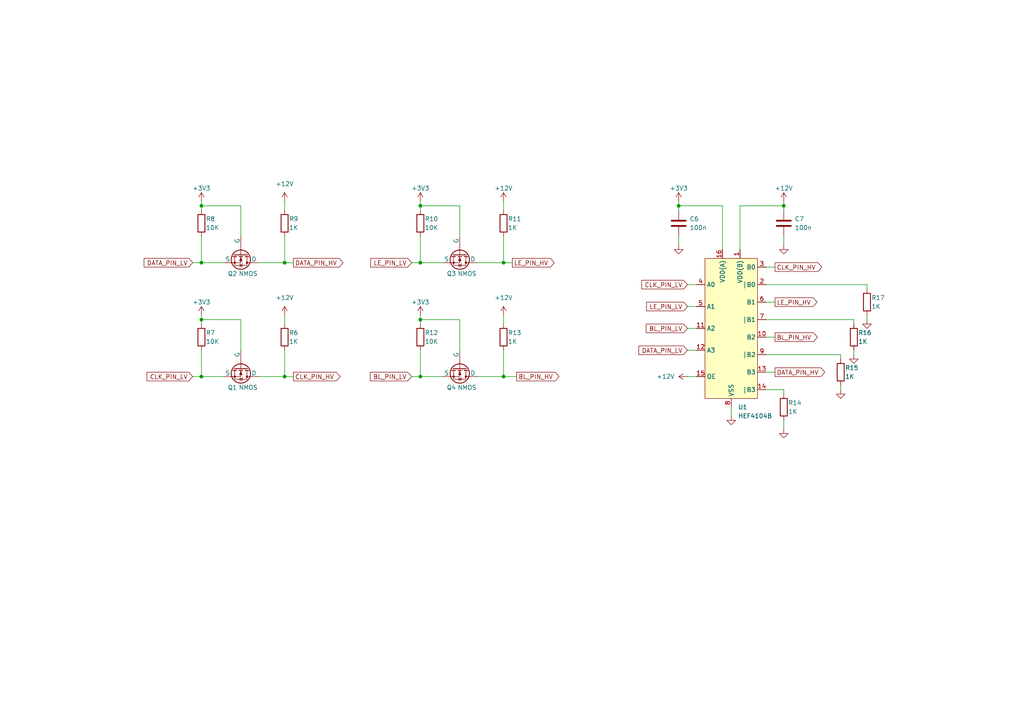
<source format=kicad_sch>
(kicad_sch (version 20230121) (generator eeschema)
  (paper "A4")
  (lib_symbols
    (symbol "Device:C" (pin_numbers hide) (pin_names (offset 0.254))
      (property "Reference" "C" (at 0.635 2.54 0))
      (property "Value" "C" (at 0.635 -2.54 0))
      (symbol "C_0_1"
        (polyline (pts (xy -2.032 -0.762) (xy 2.032 -0.762)) (stroke (width 0.508)))
        (polyline (pts (xy -2.032 0.762) (xy 2.032 0.762)) (stroke (width 0.508)))
      )
      (symbol "C_1_1"
        (pin passive line (at 0 3.81 270) (length 2.794) (name "~") (number "1"))
        (pin passive line (at 0 -3.81 90) (length 2.794) (name "~") (number "2"))
      )
    )
    (symbol "Device:R" (pin_numbers hide) (pin_names (offset 0))
      (property "Reference" "R" (at 2.032 0 90))
      (property "Value" "R" (at 0 0 90))
      (symbol "R_0_1"
        (rectangle (start -1.016 -2.54) (end 1.016 2.54) (stroke (width 0.254)))
      )
      (symbol "R_1_1"
        (pin passive line (at 0 3.81 270) (length 1.27) (name "~") (number "1"))
        (pin passive line (at 0 -3.81 90) (length 1.27) (name "~") (number "2"))
      )
    )
    (symbol "NixieTubeClock:HEF4104B"
      (property "Reference" "U" (at -6.35 21.59 0))
      (property "Value" "HEF4104B" (at 5.08 -21.59 0))
      (symbol "HEF4104B_1_1"
        (rectangle (start -7.62 20.32) (end 7.62 -20.32) (fill (type background)))
        (pin power_in line (at 2.54 22.86 270) (length 2.54) (name "VDD(B)") (number "1"))
        (pin output line (at 10.16 -2.54 180) (length 2.54) (name "B2") (number "10"))
        (pin input line (at -10.16 0 0) (length 2.54) (name "A2") (number "11"))
        (pin input line (at -10.16 -6.35 0) (length 2.54) (name "A3") (number "12"))
        (pin output line (at 10.16 -12.7 180) (length 2.54) (name "B3") (number "13"))
        (pin output line (at 10.16 -17.78 180) (length 2.54) (name "|B3") (number "14"))
        (pin input line (at -10.16 -13.97 0) (length 2.54) (name "OE") (number "15"))
        (pin input line (at -2.54 22.86 270) (length 2.54) (name "VDD(A)") (number "16"))
        (pin output line (at 10.16 12.7 180) (length 2.54) (name "|B0") (number "2"))
        (pin output line (at 10.16 17.78 180) (length 2.54) (name "B0") (number "3"))
        (pin input line (at -10.16 12.7 0) (length 2.54) (name "A0") (number "4"))
        (pin input line (at -10.16 6.35 0) (length 2.54) (name "A1") (number "5"))
        (pin output line (at 10.16 7.62 180) (length 2.54) (name "B1") (number "6"))
        (pin output line (at 10.16 2.54 180) (length 2.54) (name "|B1") (number "7"))
        (pin power_in line (at 0 -22.86 90) (length 2.54) (name "VSS") (number "8"))
        (pin output line (at 10.16 -7.62 180) (length 2.54) (name "|B2") (number "9"))
      )
    )
    (symbol "Simulation_SPICE:NMOS" (pin_numbers hide) (pin_names (offset 0))
      (property "Reference" "Q" (at 5.08 1.27 0))
      (property "Value" "NMOS" (at 5.08 -1.27 0))
      (symbol "NMOS_0_1"
        (polyline (pts (xy 0.254 0) (xy -2.54 0)))
        (polyline (pts (xy 0.254 1.905) (xy 0.254 -1.905)) (stroke (width 0.254)))
        (polyline (pts (xy 0.762 -1.27) (xy 0.762 -2.286)) (stroke (width 0.254)))
        (polyline (pts (xy 0.762 0.508) (xy 0.762 -0.508)) (stroke (width 0.254)))
        (polyline (pts (xy 0.762 2.286) (xy 0.762 1.27)) (stroke (width 0.254)))
        (polyline (pts (xy 2.54 2.54) (xy 2.54 1.778)))
        (polyline (pts (xy 2.54 -2.54) (xy 2.54 0) (xy 0.762 0)))
        (polyline (pts (xy 0.762 -1.778) (xy 3.302 -1.778) (xy 3.302 1.778) (xy 0.762 1.778)))
        (polyline (pts (xy 1.016 0) (xy 2.032 0.381) (xy 2.032 -0.381) (xy 1.016 0)) (fill (type outline)))
        (polyline (pts (xy 2.794 0.508) (xy 2.921 0.381) (xy 3.683 0.381) (xy 3.81 0.254)))
        (polyline (pts (xy 3.302 0.381) (xy 2.921 -0.254) (xy 3.683 -0.254) (xy 3.302 0.381)))
        (circle (center 1.651 0) (radius 2.794) (stroke (width 0.254)))
        (circle (center 2.54 -1.778) (radius 0.254) (fill (type outline)))
        (circle (center 2.54 1.778) (radius 0.254) (fill (type outline)))
      )
      (symbol "NMOS_1_1"
        (pin passive line (at 2.54 5.08 270) (length 2.54) (name "D") (number "1"))
        (pin input line (at -5.08 0 0) (length 2.54) (name "G") (number "2"))
        (pin passive line (at 2.54 -5.08 90) (length 2.54) (name "S") (number "3"))
      )
    )
    (symbol "power:+12V" (power) (pin_numbers hide) (pin_names (offset 0) hide)
      (property "Value" "+12V" (at 0 3.556 0))
      (symbol "+12V_0_1"
        (polyline (pts (xy -0.762 1.27) (xy 0 2.54)))
        (polyline (pts (xy 0 0) (xy 0 2.54)))
        (polyline (pts (xy 0 2.54) (xy 0.762 1.27)))
      )
      (symbol "+12V_1_1"
        (pin power_in line (at 0 0 90) (length 0) hide (name "+12V") (number "1"))
      )
    )
    (symbol "power:+3V3" (power) (pin_numbers hide) (pin_names (offset 0) hide)
      (property "Value" "+3V3" (at 0 3.556 0))
      (symbol "+3V3_0_1"
        (polyline (pts (xy -0.762 1.27) (xy 0 2.54)))
        (polyline (pts (xy 0 0) (xy 0 2.54)))
        (polyline (pts (xy 0 2.54) (xy 0.762 1.27)))
      )
      (symbol "+3V3_1_1"
        (pin power_in line (at 0 0 90) (length 0) hide (name "+3V3") (number "1"))
      )
    )
    (symbol "power:GND" (power) (pin_numbers hide) (pin_names (offset 0) hide)
      (property "Value" "GND" (at 0 -3.81 0))
      (symbol "GND_0_1"
        (polyline (pts (xy 0 0) (xy 0 -1.27) (xy 1.27 -1.27) (xy 0 -2.54) (xy -1.27 -1.27) (xy 0 -1.27)))
      )
      (symbol "GND_1_1"
        (pin power_in line (at 0 0 270) (length 0) hide (name "GND") (number "1"))
      )
    )
  )
  (junction (at 146.05 76.2))
  (junction (at 58.42 76.2))
  (junction (at 121.92 59.69))
  (junction (at 58.42 59.69))
  (junction (at 146.05 109.22))
  (junction (at 82.55 109.22))
  (junction (at 58.42 92.71))
  (junction (at 58.42 109.22))
  (junction (at 121.92 92.71))
  (junction (at 227.33 59.69))
  (junction (at 121.92 76.2))
  (junction (at 82.55 76.2))
  (junction (at 121.92 109.22))
  (junction (at 196.85 59.69))
  (wire (pts (xy 121.92 101.6) (xy 121.92 109.22)))
  (wire (pts (xy 82.55 109.22) (xy 82.55 101.6)))
  (wire (pts (xy 121.92 76.2) (xy 128.27 76.2)))
  (wire (pts (xy 58.42 68.58) (xy 58.42 76.2)))
  (wire (pts (xy 119.38 109.22) (xy 121.92 109.22)))
  (wire (pts (xy 58.42 76.2) (xy 64.77 76.2)))
  (wire (pts (xy 209.55 72.39) (xy 209.55 59.69)))
  (wire (pts (xy 222.25 77.47) (xy 224.79 77.47)))
  (wire (pts (xy 199.39 88.9) (xy 201.93 88.9)))
  (wire (pts (xy 222.25 87.63) (xy 224.79 87.63)))
  (wire (pts (xy 69.85 68.58) (xy 69.85 59.69)))
  (wire (pts (xy 82.55 109.22) (xy 85.09 109.22)))
  (wire (pts (xy 222.25 102.87) (xy 243.84 102.87)))
  (wire (pts (xy 146.05 76.2) (xy 146.05 68.58)))
  (wire (pts (xy 227.33 113.03) (xy 227.33 114.3)))
  (wire (pts (xy 222.25 82.55) (xy 251.46 82.55)))
  (wire (pts (xy 121.92 92.71) (xy 121.92 93.98)))
  (wire (pts (xy 121.92 68.58) (xy 121.92 76.2)))
  (wire (pts (xy 199.39 109.22) (xy 201.93 109.22)))
  (wire (pts (xy 133.35 68.58) (xy 133.35 59.69)))
  (wire (pts (xy 146.05 76.2) (xy 148.59 76.2)))
  (wire (pts (xy 146.05 109.22) (xy 149.86 109.22)))
  (wire (pts (xy 222.25 97.79) (xy 224.79 97.79)))
  (wire (pts (xy 247.65 101.6) (xy 247.65 102.87)))
  (wire (pts (xy 58.42 91.44) (xy 58.42 92.71)))
  (wire (pts (xy 58.42 101.6) (xy 58.42 109.22)))
  (wire (pts (xy 146.05 109.22) (xy 146.05 101.6)))
  (wire (pts (xy 119.38 76.2) (xy 121.92 76.2)))
  (wire (pts (xy 214.63 72.39) (xy 214.63 59.69)))
  (wire (pts (xy 243.84 102.87) (xy 243.84 104.14)))
  (wire (pts (xy 55.88 76.2) (xy 58.42 76.2)))
  (wire (pts (xy 138.43 109.22) (xy 146.05 109.22)))
  (wire (pts (xy 227.33 59.69) (xy 227.33 60.96)))
  (wire (pts (xy 247.65 92.71) (xy 247.65 93.98)))
  (wire (pts (xy 222.25 107.95) (xy 224.79 107.95)))
  (wire (pts (xy 58.42 92.71) (xy 58.42 93.98)))
  (wire (pts (xy 82.55 76.2) (xy 85.09 76.2)))
  (wire (pts (xy 227.33 68.58) (xy 227.33 71.12)))
  (wire (pts (xy 74.93 76.2) (xy 82.55 76.2)))
  (wire (pts (xy 196.85 58.42) (xy 196.85 59.69)))
  (wire (pts (xy 58.42 59.69) (xy 58.42 60.96)))
  (wire (pts (xy 251.46 82.55) (xy 251.46 83.82)))
  (wire (pts (xy 227.33 58.42) (xy 227.33 59.69)))
  (wire (pts (xy 121.92 91.44) (xy 121.92 92.71)))
  (wire (pts (xy 199.39 101.6) (xy 201.93 101.6)))
  (wire (pts (xy 227.33 121.92) (xy 227.33 124.46)))
  (wire (pts (xy 133.35 101.6) (xy 133.35 92.71)))
  (wire (pts (xy 121.92 59.69) (xy 121.92 60.96)))
  (wire (pts (xy 222.25 113.03) (xy 227.33 113.03)))
  (wire (pts (xy 58.42 109.22) (xy 64.77 109.22)))
  (wire (pts (xy 133.35 92.71) (xy 121.92 92.71)))
  (wire (pts (xy 58.42 58.42) (xy 58.42 59.69)))
  (wire (pts (xy 251.46 91.44) (xy 251.46 92.71)))
  (wire (pts (xy 133.35 59.69) (xy 121.92 59.69)))
  (wire (pts (xy 146.05 58.42) (xy 146.05 60.96)))
  (wire (pts (xy 121.92 109.22) (xy 128.27 109.22)))
  (wire (pts (xy 74.93 109.22) (xy 82.55 109.22)))
  (wire (pts (xy 69.85 59.69) (xy 58.42 59.69)))
  (wire (pts (xy 212.09 118.11) (xy 212.09 120.65)))
  (wire (pts (xy 222.25 92.71) (xy 247.65 92.71)))
  (wire (pts (xy 199.39 95.25) (xy 201.93 95.25)))
  (wire (pts (xy 209.55 59.69) (xy 196.85 59.69)))
  (wire (pts (xy 82.55 91.44) (xy 82.55 93.98)))
  (wire (pts (xy 138.43 76.2) (xy 146.05 76.2)))
  (wire (pts (xy 82.55 76.2) (xy 82.55 68.58)))
  (wire (pts (xy 196.85 59.69) (xy 196.85 60.96)))
  (wire (pts (xy 214.63 59.69) (xy 227.33 59.69)))
  (wire (pts (xy 196.85 68.58) (xy 196.85 71.12)))
  (wire (pts (xy 199.39 82.55) (xy 201.93 82.55)))
  (wire (pts (xy 146.05 91.44) (xy 146.05 93.98)))
  (wire (pts (xy 82.55 58.42) (xy 82.55 60.96)))
  (wire (pts (xy 55.88 109.22) (xy 58.42 109.22)))
  (wire (pts (xy 243.84 111.76) (xy 243.84 113.03)))
  (wire (pts (xy 69.85 101.6) (xy 69.85 92.71)))
  (wire (pts (xy 69.85 92.71) (xy 58.42 92.71)))
  (wire (pts (xy 121.92 58.42) (xy 121.92 59.69)))
  (global_label "CLK_PIN_LV" (shape input) (at 55.88 109.22 180) (property "Intersheetrefs" "${INTERSHEET_REFS}" (effects hide)))
  (global_label "LE_PIN_HV" (shape output) (at 224.79 87.63 0) (property "Intersheetrefs" "${INTERSHEET_REFS}" (effects hide)))
  (global_label "BL_PIN_LV" (shape input) (at 199.39 95.25 180) (property "Intersheetrefs" "${INTERSHEET_REFS}" (effects hide)))
  (global_label "CLK_PIN_HV" (shape output) (at 224.79 77.47 0) (property "Intersheetrefs" "${INTERSHEET_REFS}" (effects hide)))
  (global_label "CLK_PIN_LV" (shape input) (at 199.39 82.55 180) (property "Intersheetrefs" "${INTERSHEET_REFS}" (effects hide)))
  (global_label "BL_PIN_LV" (shape input) (at 119.38 109.22 180) (property "Intersheetrefs" "${INTERSHEET_REFS}" (effects hide)))
  (global_label "DATA_PIN_LV" (shape input) (at 55.88 76.2 180) (property "Intersheetrefs" "${INTERSHEET_REFS}" (effects hide)))
  (global_label "BL_PIN_HV" (shape output) (at 224.79 97.79 0) (property "Intersheetrefs" "${INTERSHEET_REFS}" (effects hide)))
  (global_label "CLK_PIN_HV" (shape output) (at 85.09 109.22 0) (property "Intersheetrefs" "${INTERSHEET_REFS}" (effects hide)))
  (global_label "DATA_PIN_HV" (shape output) (at 85.09 76.2 0) (property "Intersheetrefs" "${INTERSHEET_REFS}" (effects hide)))
  (global_label "DATA_PIN_HV" (shape output) (at 224.79 107.95 0) (property "Intersheetrefs" "${INTERSHEET_REFS}" (effects hide)))
  (global_label "BL_PIN_HV" (shape output) (at 149.86 109.22 0) (property "Intersheetrefs" "${INTERSHEET_REFS}" (effects hide)))
  (global_label "LE_PIN_LV" (shape input) (at 199.39 88.9 180) (property "Intersheetrefs" "${INTERSHEET_REFS}" (effects hide)))
  (global_label "LE_PIN_LV" (shape input) (at 119.38 76.2 180) (property "Intersheetrefs" "${INTERSHEET_REFS}" (effects hide)))
  (global_label "DATA_PIN_LV" (shape input) (at 199.39 101.6 180) (property "Intersheetrefs" "${INTERSHEET_REFS}" (effects hide)))
  (global_label "LE_PIN_HV" (shape output) (at 148.59 76.2 0) (property "Intersheetrefs" "${INTERSHEET_REFS}" (effects hide)))
  (symbol (lib_id "Simulation_SPICE:NMOS") (at 133.35 73.66 270) (unit 1)
    (property "Reference" "Q3" (at 129.54 79.375 90) (effects (justify left)))
    (property "Value" "NMOS" (at 132.715 79.375 90) (effects (justify left)))
    (property "Datasheet" "https://ngspice.sourceforge.io/docs/ngspice-manual.pdf" (effects hide))
    (property "Sim.Device" "NMOS" (effects hide))
    (property "Sim.Type" "VDMOS" (effects hide))
    (property "Sim.Pins" "1=D 2=G 3=S" (effects hide))
  )
  (symbol (lib_id "Device:R") (at 243.84 107.95 0) (unit 1)
    (property "Reference" "R15" (at 245.11 106.68 0) (effects (justify left)))
    (property "Value" "1K" (at 245.11 109.22 0) (effects (justify left)))
  )
  (symbol (lib_id "Device:R") (at 82.55 97.79 0) (unit 1)
    (property "Reference" "R6" (at 83.82 96.52 0) (effects (justify left)))
    (property "Value" "1K" (at 83.82 99.06 0) (effects (justify left)))
  )
  (symbol (lib_id "power:+12V") (at 227.33 58.42 0) (unit 1)
    (property "Reference" "#PWR?" (effects hide))
    (property "Value" "+12V" (at 227.33 54.61 0))
    (instances (project "NixieTubeSchematic" (path "" (reference "#PWR?") (unit 1)) (path "" (reference "#PWR020") (unit 1))))
  )
  (symbol (lib_id "power:+12V") (at 82.55 91.44 0) (unit 1)
    (property "Reference" "#PWR?" (effects hide))
    (property "Value" "+12V" (at 82.55 86.36 0))
    (instances (project "NixieTubeSchematic" (path "" (reference "#PWR?") (unit 1)) (path "" (reference "#PWR011") (unit 1))))
  )
  (symbol (lib_id "Device:R") (at 247.65 97.79 0) (unit 1)
    (property "Reference" "R16" (at 248.92 96.52 0) (effects (justify left)))
    (property "Value" "1K" (at 248.92 99.06 0) (effects (justify left)))
  )
  (symbol (lib_id "power:+3V3") (at 121.92 91.44 0) (unit 1)
    (property "Reference" "#PWR?" (effects hide))
    (property "Value" "+3V3" (at 121.92 87.63 0))
    (instances (project "NixieTubeSchematic" (path "" (reference "#PWR?") (unit 1)) (path "" (reference "#PWR017") (unit 1))))
  )
  (symbol (lib_id "power:+12V") (at 199.39 109.22 90) (unit 1)
    (property "Reference" "#PWR?" (effects hide))
    (property "Value" "+12V" (at 193.04 109.22 90))
    (instances (project "NixieTubeSchematic" (path "" (reference "#PWR?") (unit 1)) (path "" (reference "#PWR022") (unit 1))))
  )
  (symbol (lib_id "Device:R") (at 146.05 64.77 0) (unit 1)
    (property "Reference" "R11" (at 147.32 63.5 0) (effects (justify left)))
    (property "Value" "1K" (at 147.32 66.04 0) (effects (justify left)))
  )
  (symbol (lib_id "Simulation_SPICE:NMOS") (at 69.85 106.68 270) (unit 1)
    (property "Reference" "Q1" (at 66.04 112.395 90) (effects (justify left)))
    (property "Value" "NMOS" (at 69.215 112.395 90) (effects (justify left)))
    (property "Datasheet" "https://ngspice.sourceforge.io/docs/ngspice-manual.pdf" (effects hide))
    (property "Sim.Device" "NMOS" (effects hide))
    (property "Sim.Type" "VDMOS" (effects hide))
    (property "Sim.Pins" "1=D 2=G 3=S" (effects hide))
  )
  (symbol (lib_id "Device:C") (at 227.33 64.77 0) (unit 1)
    (property "Reference" "C7" (at 230.505 63.5 0) (effects (justify left)))
    (property "Value" "100n" (at 230.505 66.04 0) (effects (justify left)))
  )
  (symbol (lib_id "power:GND") (at 196.85 71.12 0) (unit 1)
    (property "Reference" "#PWR?" (effects hide))
    (property "Value" "GND" (effects hide))
    (instances (project "NixieTubeSchematic" (path "" (reference "#PWR?") (unit 1)) (path "" (reference "#PWR028") (unit 1))))
  )
  (symbol (lib_id "power:+12V") (at 146.05 91.44 0) (unit 1)
    (property "Reference" "#PWR?" (effects hide))
    (property "Value" "+12V" (at 146.05 86.36 0))
    (instances (project "NixieTubeSchematic" (path "" (reference "#PWR?") (unit 1)) (path "" (reference "#PWR018") (unit 1))))
  )
  (symbol (lib_id "power:GND") (at 212.09 120.65 0) (unit 1)
    (property "Reference" "#PWR?" (effects hide))
    (property "Value" "GND" (effects hide))
    (instances (project "NixieTubeSchematic" (path "" (reference "#PWR?") (unit 1)) (path "" (reference "#PWR021") (unit 1))))
  )
  (symbol (lib_id "Device:R") (at 58.42 97.79 0) (unit 1)
    (property "Reference" "R7" (at 59.69 96.52 0) (effects (justify left)))
    (property "Value" "10K" (at 59.69 99.06 0) (effects (justify left)))
  )
  (symbol (lib_id "Device:R") (at 146.05 97.79 0) (unit 1)
    (property "Reference" "R13" (at 147.32 96.52 0) (effects (justify left)))
    (property "Value" "1K" (at 147.32 99.06 0) (effects (justify left)))
  )
  (symbol (lib_id "Simulation_SPICE:NMOS") (at 69.85 73.66 270) (unit 1)
    (property "Reference" "Q2" (at 66.04 79.375 90) (effects (justify left)))
    (property "Value" "NMOS" (at 69.215 79.375 90) (effects (justify left)))
    (property "Datasheet" "https://ngspice.sourceforge.io/docs/ngspice-manual.pdf" (effects hide))
    (property "Sim.Device" "NMOS" (effects hide))
    (property "Sim.Type" "VDMOS" (effects hide))
    (property "Sim.Pins" "1=D 2=G 3=S" (effects hide))
  )
  (symbol (lib_id "power:GND") (at 227.33 124.46 0) (unit 1)
    (property "Reference" "#PWR?" (effects hide))
    (property "Value" "GND" (effects hide))
    (instances (project "NixieTubeSchematic" (path "" (reference "#PWR?") (unit 1)) (path "" (reference "#PWR023") (unit 1))))
  )
  (symbol (lib_id "Device:R") (at 121.92 97.79 0) (unit 1)
    (property "Reference" "R12" (at 123.19 96.52 0) (effects (justify left)))
    (property "Value" "10K" (at 123.19 99.06 0) (effects (justify left)))
  )
  (symbol (lib_id "power:GND") (at 243.84 113.03 0) (unit 1)
    (property "Reference" "#PWR?" (effects hide))
    (property "Value" "GND" (effects hide))
    (instances (project "NixieTubeSchematic" (path "" (reference "#PWR?") (unit 1)) (path "" (reference "#PWR024") (unit 1))))
  )
  (symbol (lib_id "NixieTubeClock:HEF4104B") (at 212.09 95.25 0) (unit 1)
    (property "Reference" "U1" (at 214.0459 118.11 0) (effects (justify left)))
    (property "Value" "HEF4104B" (at 214.0459 120.65 0) (effects (justify left)))
  )
  (symbol (lib_id "Simulation_SPICE:NMOS") (at 133.35 106.68 270) (unit 1)
    (property "Reference" "Q4" (at 129.54 112.395 90) (effects (justify left)))
    (property "Value" "NMOS" (at 132.715 112.395 90) (effects (justify left)))
    (property "Datasheet" "https://ngspice.sourceforge.io/docs/ngspice-manual.pdf" (effects hide))
    (property "Sim.Device" "NMOS" (effects hide))
    (property "Sim.Type" "VDMOS" (effects hide))
    (property "Sim.Pins" "1=D 2=G 3=S" (effects hide))
  )
  (symbol (lib_id "Device:R") (at 251.46 87.63 0) (unit 1)
    (property "Reference" "R17" (at 252.73 86.36 0) (effects (justify left)))
    (property "Value" "1K" (at 252.73 88.9 0) (effects (justify left)))
  )
  (symbol (lib_id "power:+3V3") (at 58.42 58.42 0) (unit 1)
    (property "Reference" "#PWR?" (effects hide))
    (property "Value" "+3V3" (at 58.42 54.61 0))
    (instances (project "NixieTubeSchematic" (path "" (reference "#PWR?") (unit 1)) (path "" (reference "#PWR013") (unit 1))))
  )
  (symbol (lib_id "Device:R") (at 82.55 64.77 0) (unit 1)
    (property "Reference" "R9" (at 83.82 63.5 0) (effects (justify left)))
    (property "Value" "1K" (at 83.82 66.04 0) (effects (justify left)))
  )
  (symbol (lib_id "power:+3V3") (at 196.85 58.42 0) (unit 1)
    (property "Reference" "#PWR?" (effects hide))
    (property "Value" "+3V3" (at 196.85 54.61 0))
    (instances (project "NixieTubeSchematic" (path "" (reference "#PWR?") (unit 1)) (path "" (reference "#PWR019") (unit 1))))
  )
  (symbol (lib_id "power:+12V") (at 146.05 58.42 0) (unit 1)
    (property "Reference" "#PWR?" (effects hide))
    (property "Value" "+12V" (at 146.05 54.61 0))
    (instances (project "NixieTubeSchematic" (path "" (reference "#PWR?") (unit 1)) (path "" (reference "#PWR016") (unit 1))))
  )
  (symbol (lib_id "power:GND") (at 251.46 92.71 0) (unit 1)
    (property "Reference" "#PWR?" (effects hide))
    (property "Value" "GND" (effects hide))
    (instances (project "NixieTubeSchematic" (path "" (reference "#PWR?") (unit 1)) (path "" (reference "#PWR026") (unit 1))))
  )
  (symbol (lib_id "power:+12V") (at 82.55 58.42 0) (unit 1)
    (property "Reference" "#PWR?" (effects hide))
    (property "Value" "+12V" (at 82.55 53.34 0))
    (instances (project "NixieTubeSchematic" (path "" (reference "#PWR?") (unit 1)) (path "" (reference "#PWR014") (unit 1))))
  )
  (symbol (lib_id "power:+3V3") (at 121.92 58.42 0) (unit 1)
    (property "Reference" "#PWR?" (effects hide))
    (property "Value" "+3V3" (at 121.92 54.61 0))
    (instances (project "NixieTubeSchematic" (path "" (reference "#PWR?") (unit 1)) (path "" (reference "#PWR015") (unit 1))))
  )
  (symbol (lib_id "Device:R") (at 58.42 64.77 0) (unit 1)
    (property "Reference" "R8" (at 59.69 63.5 0) (effects (justify left)))
    (property "Value" "10K" (at 59.69 66.04 0) (effects (justify left)))
  )
  (symbol (lib_id "Device:R") (at 121.92 64.77 0) (unit 1)
    (property "Reference" "R10" (at 123.19 63.5 0) (effects (justify left)))
    (property "Value" "10K" (at 123.19 66.04 0) (effects (justify left)))
  )
  (symbol (lib_id "Device:R") (at 227.33 118.11 0) (unit 1)
    (property "Reference" "R14" (at 228.6 116.84 0) (effects (justify left)))
    (property "Value" "1K" (at 228.6 119.38 0) (effects (justify left)))
  )
  (symbol (lib_id "power:GND") (at 227.33 71.12 0) (unit 1)
    (property "Reference" "#PWR?" (effects hide))
    (property "Value" "GND" (effects hide))
    (instances (project "NixieTubeSchematic" (path "" (reference "#PWR?") (unit 1)) (path "" (reference "#PWR027") (unit 1))))
  )
  (symbol (lib_id "power:+3V3") (at 58.42 91.44 0) (unit 1)
    (property "Reference" "#PWR?" (effects hide))
    (property "Value" "+3V3" (at 58.42 87.63 0))
    (instances (project "NixieTubeSchematic" (path "" (reference "#PWR?") (unit 1)) (path "" (reference "#PWR012") (unit 1))))
  )
  (symbol (lib_id "Device:C") (at 196.85 64.77 0) (unit 1)
    (property "Reference" "C6" (at 200.025 63.5 0) (effects (justify left)))
    (property "Value" "100n" (at 200.025 66.04 0) (effects (justify left)))
  )
  (symbol (lib_id "power:GND") (at 247.65 102.87 0) (unit 1)
    (property "Reference" "#PWR?" (effects hide))
    (property "Value" "GND" (effects hide))
    (instances (project "NixieTubeSchematic" (path "" (reference "#PWR?") (unit 1)) (path "" (reference "#PWR025") (unit 1))))
  )
)
</source>
